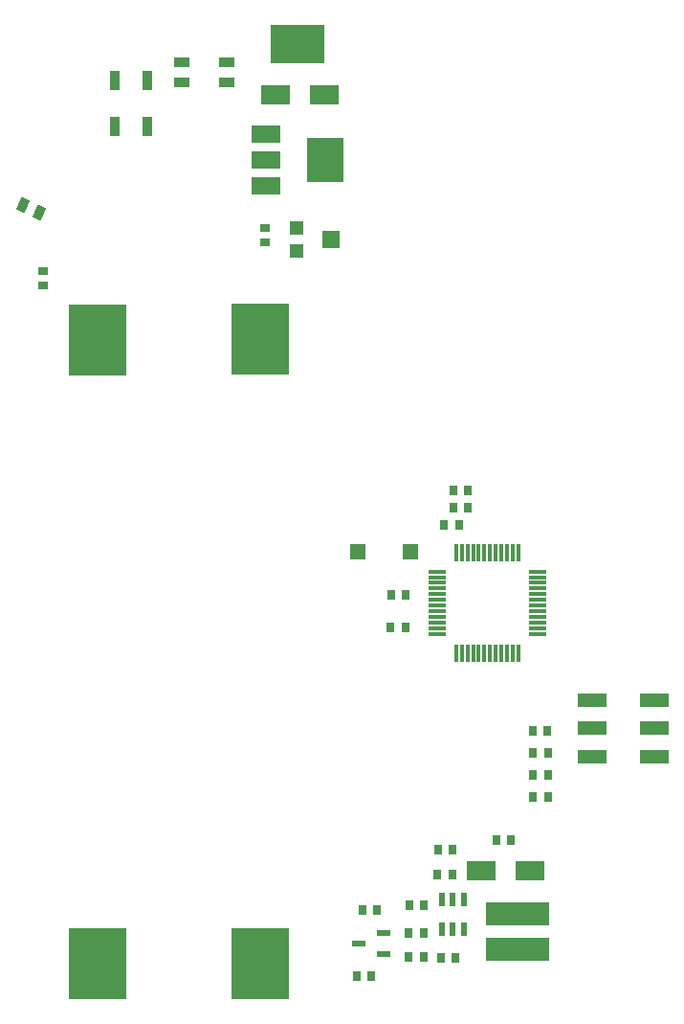
<source format=gtp>
G04*
G04 #@! TF.GenerationSoftware,Altium Limited,Altium Designer,21.0.9 (235)*
G04*
G04 Layer_Color=8421504*
%FSLAX44Y44*%
%MOMM*%
G71*
G04*
G04 #@! TF.SameCoordinates,3421A621-DC7B-4D7E-80C2-F70395B1EBD6*
G04*
G04*
G04 #@! TF.FilePolarity,Positive*
G04*
G01*
G75*
%ADD19R,1.5000X0.3000*%
%ADD20R,0.3000X1.5000*%
%ADD21R,5.7000X2.0000*%
G04:AMPARAMS|DCode=22|XSize=0.8mm|YSize=1.2mm|CornerRadius=0mm|HoleSize=0mm|Usage=FLASHONLY|Rotation=335.000|XOffset=0mm|YOffset=0mm|HoleType=Round|Shape=Rectangle|*
%AMROTATEDRECTD22*
4,1,4,-0.6161,-0.3747,-0.1090,0.7128,0.6161,0.3747,0.1090,-0.7128,-0.6161,-0.3747,0.0*
%
%ADD22ROTATEDRECTD22*%

%ADD23R,0.8000X0.9000*%
%ADD24R,1.1500X0.6000*%
%ADD25R,0.9000X0.8000*%
%ADD26R,3.2500X4.0000*%
%ADD27R,2.5000X1.5000*%
%ADD28R,1.5000X1.6000*%
%ADD29R,1.2000X1.2000*%
%ADD30R,1.4000X0.8500*%
%ADD31R,1.3500X1.3500*%
%ADD32R,2.6500X1.7500*%
%ADD33R,0.5499X1.1999*%
%ADD34R,5.0800X6.3500*%
%ADD35R,0.9000X1.8000*%
%ADD36R,4.7000X3.4000*%
%ADD37R,2.5000X1.2000*%
D19*
X661000Y630500D02*
D03*
Y625500D02*
D03*
Y620500D02*
D03*
Y615500D02*
D03*
Y610500D02*
D03*
Y605500D02*
D03*
Y600500D02*
D03*
Y595500D02*
D03*
Y590500D02*
D03*
Y585500D02*
D03*
Y580500D02*
D03*
Y575500D02*
D03*
X750000D02*
D03*
Y580500D02*
D03*
Y585500D02*
D03*
Y590500D02*
D03*
Y595500D02*
D03*
Y600500D02*
D03*
Y605500D02*
D03*
Y610500D02*
D03*
Y615500D02*
D03*
Y620500D02*
D03*
Y625500D02*
D03*
Y630500D02*
D03*
D20*
X678000Y558500D02*
D03*
X683000D02*
D03*
X688000D02*
D03*
X693000D02*
D03*
X698000D02*
D03*
X703000D02*
D03*
X708000D02*
D03*
X713000D02*
D03*
X718000D02*
D03*
X723000D02*
D03*
X728000D02*
D03*
X733000D02*
D03*
Y647500D02*
D03*
X728000D02*
D03*
X723000D02*
D03*
X718000D02*
D03*
X713000D02*
D03*
X708000D02*
D03*
X703000D02*
D03*
X698000D02*
D03*
X693000D02*
D03*
X688000D02*
D03*
X683000D02*
D03*
X678000D02*
D03*
D21*
X732250Y297000D02*
D03*
Y328000D02*
D03*
D22*
X308656Y947780D02*
D03*
X294844Y954220D02*
D03*
D23*
X608000Y331250D02*
D03*
X595000D02*
D03*
X726500Y393000D02*
D03*
X713500D02*
D03*
X589750Y273250D02*
D03*
X602750D02*
D03*
X680500Y671750D02*
D03*
X667500D02*
D03*
X675250Y687250D02*
D03*
X688250D02*
D03*
X675250Y702500D02*
D03*
X688250D02*
D03*
X633000Y581250D02*
D03*
X620000D02*
D03*
X759000Y470000D02*
D03*
X746000D02*
D03*
X759000Y450500D02*
D03*
X746000D02*
D03*
X759000Y431000D02*
D03*
X746000D02*
D03*
X636000Y311250D02*
D03*
X649000D02*
D03*
X661750Y384750D02*
D03*
X674750D02*
D03*
X664500Y289250D02*
D03*
X677500D02*
D03*
X636000Y289500D02*
D03*
X649000D02*
D03*
X661500Y363000D02*
D03*
X674500D02*
D03*
X636750Y336000D02*
D03*
X649750D02*
D03*
X758750Y489500D02*
D03*
X745750D02*
D03*
X633250Y609750D02*
D03*
X620250D02*
D03*
D24*
X591490Y301870D02*
D03*
X613990Y311370D02*
D03*
Y292370D02*
D03*
D25*
X312250Y883250D02*
D03*
Y896250D02*
D03*
X508730Y921250D02*
D03*
Y934250D02*
D03*
D26*
X562500Y994250D02*
D03*
D27*
X510000Y971750D02*
D03*
Y994250D02*
D03*
Y1016750D02*
D03*
D28*
X567500Y924250D02*
D03*
D29*
X536500Y914250D02*
D03*
Y934250D02*
D03*
D30*
X475000Y1080500D02*
D03*
Y1063000D02*
D03*
X435000Y1080500D02*
D03*
Y1063000D02*
D03*
D31*
X590500Y648250D02*
D03*
X637500D02*
D03*
D32*
X700250Y366000D02*
D03*
X743250D02*
D03*
X518500Y1051750D02*
D03*
X561500D02*
D03*
D33*
X684500Y340750D02*
D03*
X675000D02*
D03*
X665500D02*
D03*
Y314751D02*
D03*
X675000D02*
D03*
X684500D02*
D03*
D34*
X504350Y284300D02*
D03*
Y835600D02*
D03*
X360650Y835200D02*
D03*
Y283900D02*
D03*
D35*
X405000Y1024250D02*
D03*
X376000D02*
D03*
X404500Y1064250D02*
D03*
X375500D02*
D03*
D36*
X537750Y1097000D02*
D03*
D37*
X798000Y467125D02*
D03*
X853000D02*
D03*
Y517125D02*
D03*
X798000D02*
D03*
Y492125D02*
D03*
X853000D02*
D03*
M02*

</source>
